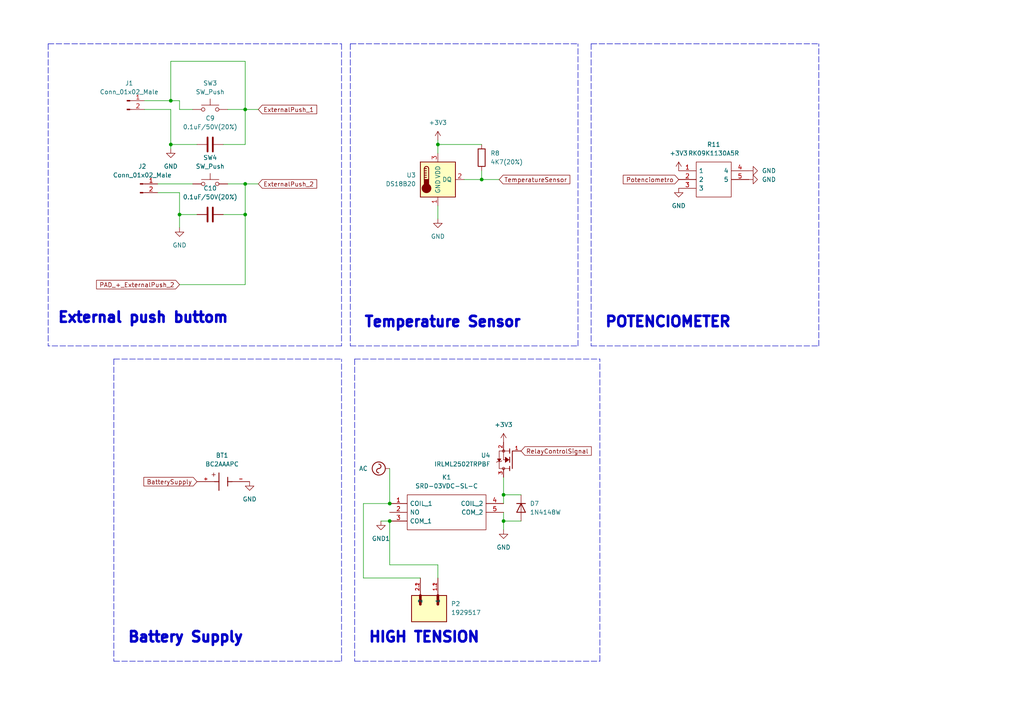
<source format=kicad_sch>
(kicad_sch (version 20211123) (generator eeschema)
  (paper "A4")
  (lib_symbols
    (symbol "1929517:1929517" (pin_names (offset 1.016))
      (property "Reference" "P" (at -2.5486 5.0972 0))
      (property "Value" "1929517" (at -2.5446 -7.6339 0))
      (symbol "1929517_0_0"
        (rectangle (start -2.54 -5.08) (end 5.08 5.08) (stroke (width 0.254)) (fill (type background)))
        (polyline (pts (xy -2.54 -2.54) (xy 0 -2.54)) (stroke (width 0.762)))
        (polyline (pts (xy -2.54 2.54) (xy 0 2.54)) (stroke (width 0.762)))
        (pin passive line (at -7.62 2.54 0) (length 5.08) (name "1") (number "1.1"))
        (pin passive line (at -7.62 2.54 0) (length 5.08) (name "1") (number "1.2"))
        (pin passive line (at -7.62 -2.54 0) (length 5.08) (name "2") (number "2.1"))
        (pin passive line (at -7.62 -2.54 0) (length 5.08) (name "2") (number "2.2"))
      )
    )
    (symbol "BC2AAAPC:BC2AAAPC" (pin_names (offset 1.016))
      (property "Reference" "BT" (at -6.3614 3.8138 0))
      (property "Value" "BC2AAAPC" (at -6.3618 -6.3579 0))
      (symbol "BC2AAAPC_0_0"
        (polyline (pts (xy -3.302 2.032) (xy -2.286 2.032)) (stroke (width 0.1524)))
        (polyline (pts (xy -2.794 2.54) (xy -2.794 1.524)) (stroke (width 0.1524)))
        (polyline (pts (xy -2.54 0) (xy -1.27 0)) (stroke (width 0.254)))
        (polyline (pts (xy -1.27 0) (xy -1.27 -2.54)) (stroke (width 0.254)))
        (polyline (pts (xy -1.27 2.54) (xy -1.27 0)) (stroke (width 0.254)))
        (polyline (pts (xy 1.27 0) (xy 1.27 -1.27)) (stroke (width 0.254)))
        (polyline (pts (xy 1.27 0) (xy 2.54 0)) (stroke (width 0.254)))
        (polyline (pts (xy 1.27 1.27) (xy 1.27 0)) (stroke (width 0.254)))
        (pin passive line (at -7.62 0 0) (length 5.08) (name "~") (number "+"))
        (pin passive line (at 7.62 0 180) (length 5.08) (name "~") (number "-"))
      )
    )
    (symbol "Connector:Conn_01x02_Male" (pin_names (offset 1.016) hide)
      (property "Reference" "J" (at 0 2.54 0))
      (property "Value" "Conn_01x02_Male" (at 0 -5.08 0))
      (symbol "Conn_01x02_Male_1_1"
        (polyline (pts (xy 1.27 -2.54) (xy 0.8636 -2.54)) (stroke (width 0.1524)))
        (polyline (pts (xy 1.27 0) (xy 0.8636 0)) (stroke (width 0.1524)))
        (rectangle (start 0.8636 -2.413) (end 0 -2.667) (stroke (width 0.1524)) (fill (type outline)))
        (rectangle (start 0.8636 0.127) (end 0 -0.127) (stroke (width 0.1524)) (fill (type outline)))
        (pin passive line (at 5.08 0 180) (length 3.81) (name "Pin_1") (number "1"))
        (pin passive line (at 5.08 -2.54 180) (length 3.81) (name "Pin_2") (number "2"))
      )
    )
    (symbol "Device:C" (pin_numbers hide) (pin_names (offset 0.254))
      (property "Reference" "C" (at 0.635 2.54 0))
      (property "Value" "C" (at 0.635 -2.54 0))
      (symbol "C_0_1"
        (polyline (pts (xy -2.032 -0.762) (xy 2.032 -0.762)) (stroke (width 0.508)))
        (polyline (pts (xy -2.032 0.762) (xy 2.032 0.762)) (stroke (width 0.508)))
      )
      (symbol "C_1_1"
        (pin passive line (at 0 3.81 270) (length 2.794) (name "~") (number "1"))
        (pin passive line (at 0 -3.81 90) (length 2.794) (name "~") (number "2"))
      )
    )
    (symbol "Device:R" (pin_numbers hide) (pin_names (offset 0))
      (property "Reference" "R" (at 2.032 0 90))
      (property "Value" "R" (at 0 0 90))
      (symbol "R_0_1"
        (rectangle (start -1.016 -2.54) (end 1.016 2.54) (stroke (width 0.254)))
      )
      (symbol "R_1_1"
        (pin passive line (at 0 3.81 270) (length 1.27) (name "~") (number "1"))
        (pin passive line (at 0 -3.81 90) (length 1.27) (name "~") (number "2"))
      )
    )
    (symbol "Diode:1N4148W" (pin_numbers hide) (pin_names hide)
      (property "Reference" "D" (at 0 2.54 0))
      (property "Value" "1N4148W" (at 0 -2.54 0))
      (symbol "1N4148W_0_1"
        (polyline (pts (xy -1.27 1.27) (xy -1.27 -1.27)) (stroke (width 0.254)))
        (polyline (pts (xy 1.27 0) (xy -1.27 0)))
        (polyline (pts (xy 1.27 1.27) (xy 1.27 -1.27) (xy -1.27 0) (xy 1.27 1.27)) (stroke (width 0.254)))
      )
      (symbol "1N4148W_1_1"
        (pin passive line (at -3.81 0 0) (length 2.54) (name "K") (number "1"))
        (pin passive line (at 3.81 0 180) (length 2.54) (name "A") (number "2"))
      )
    )
    (symbol "IRLML2502TRPBF:IRLML2502TRPBF" (pin_names (offset 1.016))
      (property "Reference" "U" (at -11.4527 2.5451 0))
      (property "Value" "IRLML2502TRPBF" (at -11.461 0 0))
      (symbol "IRLML2502TRPBF_0_0"
        (polyline (pts (xy 0 2.54) (xy 0 -2.54)) (stroke (width 0.254)))
        (polyline (pts (xy 0.762 -2.54) (xy 0.762 -3.175)) (stroke (width 0.254)))
        (polyline (pts (xy 0.762 -1.905) (xy 0.762 -2.54)) (stroke (width 0.254)))
        (polyline (pts (xy 0.762 0) (xy 0.762 -0.762)) (stroke (width 0.254)))
        (polyline (pts (xy 0.762 0) (xy 2.54 0)) (stroke (width 0.1524)))
        (polyline (pts (xy 0.762 0.762) (xy 0.762 0)) (stroke (width 0.254)))
        (polyline (pts (xy 0.762 2.54) (xy 0.762 1.905)) (stroke (width 0.254)))
        (polyline (pts (xy 0.762 2.54) (xy 3.81 2.54)) (stroke (width 0.1524)))
        (polyline (pts (xy 0.762 3.175) (xy 0.762 2.54)) (stroke (width 0.254)))
        (polyline (pts (xy 2.54 -2.54) (xy 0.762 -2.54)) (stroke (width 0.1524)))
        (polyline (pts (xy 2.54 -2.54) (xy 3.81 -2.54)) (stroke (width 0.1524)))
        (polyline (pts (xy 2.54 0) (xy 2.54 -2.54)) (stroke (width 0.1524)))
        (polyline (pts (xy 3.302 0.508) (xy 3.048 0.254)) (stroke (width 0.1524)))
        (polyline (pts (xy 3.81 0.508) (xy 3.302 0.508)) (stroke (width 0.1524)))
        (polyline (pts (xy 3.81 0.508) (xy 3.81 -2.54)) (stroke (width 0.1524)))
        (polyline (pts (xy 3.81 2.54) (xy 3.81 0.508)) (stroke (width 0.1524)))
        (polyline (pts (xy 4.318 0.508) (xy 3.81 0.508)) (stroke (width 0.1524)))
        (polyline (pts (xy 4.572 0.762) (xy 4.318 0.508)) (stroke (width 0.1524)))
        (polyline (pts (xy 1.016 0) (xy 2.032 0.762) (xy 2.032 -0.762) (xy 1.016 0)) (stroke (width 0.1524)) (fill (type outline)))
        (polyline (pts (xy 3.81 0.508) (xy 3.302 -0.254) (xy 4.318 -0.254) (xy 3.81 0.508)) (stroke (width 0.1524)) (fill (type outline)))
        (circle (center 2.54 -2.54) (radius 0.3592))
        (circle (center 2.54 2.54) (radius 0.3592))
        (pin passive line (at -2.54 -2.54 0) (length 2.54) (name "~") (number "1"))
        (pin passive line (at 2.54 -5.08 90) (length 2.54) (name "~") (number "2"))
        (pin passive line (at 2.54 5.08 270) (length 2.54) (name "~") (number "3"))
      )
    )
    (symbol "RK09K1130A5R:RK09K1130A5R" (pin_names (offset 0.762))
      (property "Reference" "R" (at 16.51 7.62 0))
      (property "Value" "RK09K1130A5R" (at 16.51 5.08 0))
      (symbol "RK09K1130A5R_0_0"
        (pin passive line (at 0 0 0) (length 5.08) (name "1") (number "1"))
        (pin passive line (at 0 -2.54 0) (length 5.08) (name "2") (number "2"))
        (pin passive line (at 0 -5.08 0) (length 5.08) (name "3") (number "3"))
        (pin passive line (at 20.32 0 180) (length 5.08) (name "4") (number "4"))
        (pin passive line (at 20.32 -2.54 180) (length 5.08) (name "5") (number "5"))
      )
      (symbol "RK09K1130A5R_0_1"
        (polyline (pts (xy 5.08 2.54) (xy 15.24 2.54) (xy 15.24 -7.62) (xy 5.08 -7.62) (xy 5.08 2.54)) (stroke (width 0.1524)))
      )
    )
    (symbol "SRD-03VDC-SL-C:SRD-03VDC-SL-C" (pin_names (offset 0.762))
      (property "Reference" "K" (at 29.21 7.62 0))
      (property "Value" "SRD-03VDC-SL-C" (at 29.21 5.08 0))
      (symbol "SRD-03VDC-SL-C_0_0"
        (pin passive line (at 0 0 0) (length 5.08) (name "COIL_1") (number "1"))
        (pin passive line (at 0 -2.54 0) (length 5.08) (name "NO") (number "2"))
        (pin passive line (at 0 -5.08 0) (length 5.08) (name "COM_1") (number "3"))
        (pin passive line (at 33.02 0 180) (length 5.08) (name "COIL_2") (number "4"))
        (pin passive line (at 33.02 -2.54 180) (length 5.08) (name "COM_2") (number "5"))
      )
      (symbol "SRD-03VDC-SL-C_0_1"
        (polyline (pts (xy 5.08 2.54) (xy 27.94 2.54) (xy 27.94 -7.62) (xy 5.08 -7.62) (xy 5.08 2.54)) (stroke (width 0.1524)))
      )
    )
    (symbol "Sensor_Temperature:DS18B20" (pin_names (offset 1.016))
      (property "Reference" "U" (at -3.81 6.35 0))
      (property "Value" "DS18B20" (at 6.35 6.35 0))
      (symbol "DS18B20_0_1"
        (rectangle (start -5.08 5.08) (end 5.08 -5.08) (stroke (width 0.254)) (fill (type background)))
        (circle (center -3.302 -2.54) (radius 1.27) (stroke (width 0.254)) (fill (type outline)))
        (rectangle (start -2.667 -1.905) (end -3.937 0) (stroke (width 0.254)) (fill (type outline)))
        (arc (start -2.667 3.175) (mid -3.302 3.81) (end -3.937 3.175) (stroke (width 0.254)))
        (polyline (pts (xy -3.937 0.635) (xy -3.302 0.635)) (stroke (width 0.254)))
        (polyline (pts (xy -3.937 1.27) (xy -3.302 1.27)) (stroke (width 0.254)))
        (polyline (pts (xy -3.937 1.905) (xy -3.302 1.905)) (stroke (width 0.254)))
        (polyline (pts (xy -3.937 2.54) (xy -3.302 2.54)) (stroke (width 0.254)))
        (polyline (pts (xy -3.937 3.175) (xy -3.937 0)) (stroke (width 0.254)))
        (polyline (pts (xy -3.937 3.175) (xy -3.302 3.175)) (stroke (width 0.254)))
        (polyline (pts (xy -2.667 3.175) (xy -2.667 0)) (stroke (width 0.254)))
      )
      (symbol "DS18B20_1_1"
        (pin power_in line (at 0 -7.62 90) (length 2.54) (name "GND") (number "1"))
        (pin bidirectional line (at 7.62 0 180) (length 2.54) (name "DQ") (number "2"))
        (pin power_in line (at 0 7.62 270) (length 2.54) (name "VDD") (number "3"))
      )
    )
    (symbol "Switch:SW_Push" (pin_numbers hide) (pin_names (offset 1.016) hide)
      (property "Reference" "SW" (at 1.27 2.54 0))
      (property "Value" "SW_Push" (at 0 -1.524 0))
      (symbol "SW_Push_0_1"
        (circle (center -2.032 0) (radius 0.508))
        (polyline (pts (xy 0 1.27) (xy 0 3.048)))
        (polyline (pts (xy 2.54 1.27) (xy -2.54 1.27)))
        (circle (center 2.032 0) (radius 0.508))
        (pin passive line (at -5.08 0 0) (length 2.54) (name "1") (number "1"))
        (pin passive line (at 5.08 0 180) (length 2.54) (name "2") (number "2"))
      )
    )
    (symbol "power:+3V3" (power) (pin_names (offset 0))
      (property "Value" "+3V3" (at 0 3.556 0))
      (symbol "+3V3_0_1"
        (polyline (pts (xy -0.762 1.27) (xy 0 2.54)))
        (polyline (pts (xy 0 0) (xy 0 2.54)))
        (polyline (pts (xy 0 2.54) (xy 0.762 1.27)))
      )
      (symbol "+3V3_1_1"
        (pin power_in line (at 0 0 90) (length 0) hide (name "+3V3") (number "1"))
      )
    )
    (symbol "power:AC" (power) (pin_names (offset 0))
      (property "Value" "AC" (at 0 6.35 0))
      (symbol "AC_0_1"
        (polyline (pts (xy 0 0) (xy 0 1.27)))
        (arc (start 0 3.175) (mid -0.635 3.81) (end -1.27 3.175) (stroke (width 0.254)))
        (arc (start 0 3.175) (mid 0.635 2.54) (end 1.27 3.175) (stroke (width 0.254)))
        (circle (center 0 3.175) (radius 1.905) (stroke (width 0.254)))
      )
      (symbol "AC_1_1"
        (pin power_in line (at 0 0 90) (length 0) hide (name "AC") (number "1"))
      )
    )
    (symbol "power:GND" (power) (pin_names (offset 0))
      (property "Value" "GND" (at 0 -3.81 0))
      (symbol "GND_0_1"
        (polyline (pts (xy 0 0) (xy 0 -1.27) (xy 1.27 -1.27) (xy 0 -2.54) (xy -1.27 -1.27) (xy 0 -1.27)))
      )
      (symbol "GND_1_1"
        (pin power_in line (at 0 0 270) (length 0) hide (name "GND") (number "1"))
      )
    )
    (symbol "power:GND1" (power) (pin_names (offset 0))
      (property "Value" "GND1" (at 0 -3.81 0))
      (symbol "GND1_0_1"
        (polyline (pts (xy 0 0) (xy 0 -1.27) (xy 1.27 -1.27) (xy 0 -2.54) (xy -1.27 -1.27) (xy 0 -1.27)))
      )
      (symbol "GND1_1_1"
        (pin power_in line (at 0 0 270) (length 0) hide (name "GND1") (number "1"))
      )
    )
  )
  (junction (at 146.05 151.13))
  (junction (at 146.05 143.51))
  (junction (at 52.07 62.23))
  (junction (at 49.53 41.91))
  (junction (at 139.7 52.07))
  (junction (at 71.12 62.23))
  (junction (at 127 41.91))
  (junction (at 49.53 29.21))
  (junction (at 113.03 146.05))
  (junction (at 71.12 53.34))
  (junction (at 71.12 31.75))
  (junction (at 113.03 151.13))
  (wire (pts (xy 52.07 82.55) (xy 71.12 82.55)))
  (polyline (pts (xy 99.06 100.33) (xy 13.97 100.33)))
  (polyline (pts (xy 102.87 104.14) (xy 102.87 191.77)))
  (wire (pts (xy 71.12 53.34) (xy 71.12 62.23)))
  (polyline (pts (xy 102.87 104.14) (xy 173.99 104.14)))
  (wire (pts (xy 52.07 55.88) (xy 52.07 62.23)))
  (wire (pts (xy 71.12 31.75) (xy 66.04 31.75)))
  (wire (pts (xy 127 41.91) (xy 127 44.45)))
  (wire (pts (xy 105.41 146.05) (xy 113.03 146.05)))
  (wire (pts (xy 105.41 167.64) (xy 121.92 167.64)))
  (wire (pts (xy 113.03 151.13) (xy 113.03 163.83)))
  (wire (pts (xy 146.05 151.13) (xy 151.13 151.13)))
  (wire (pts (xy 127 40.64) (xy 127 41.91)))
  (wire (pts (xy 49.53 29.21) (xy 49.53 17.78)))
  (wire (pts (xy 113.03 163.83) (xy 127 163.83)))
  (polyline (pts (xy 33.02 104.14) (xy 33.02 191.77)))
  (wire (pts (xy 146.05 138.43) (xy 146.05 143.51)))
  (wire (pts (xy 41.91 29.21) (xy 49.53 29.21)))
  (polyline (pts (xy 237.49 100.33) (xy 237.49 12.7)))
  (polyline (pts (xy 101.6 12.7) (xy 167.64 12.7)))
  (wire (pts (xy 110.49 151.13) (xy 113.03 151.13)))
  (wire (pts (xy 71.12 41.91) (xy 71.12 31.75)))
  (wire (pts (xy 71.12 62.23) (xy 64.77 62.23)))
  (polyline (pts (xy 173.99 191.77) (xy 173.99 104.14)))
  (wire (pts (xy 57.15 62.23) (xy 52.07 62.23)))
  (wire (pts (xy 71.12 31.75) (xy 74.93 31.75)))
  (wire (pts (xy 71.12 53.34) (xy 66.04 53.34)))
  (wire (pts (xy 49.53 41.91) (xy 49.53 31.75)))
  (polyline (pts (xy 13.97 12.7) (xy 99.06 12.7)))
  (polyline (pts (xy 33.02 191.77) (xy 99.06 191.77)))
  (polyline (pts (xy 13.97 12.7) (xy 13.97 100.33)))
  (polyline (pts (xy 171.45 12.7) (xy 171.45 100.33)))
  (wire (pts (xy 52.07 31.75) (xy 55.88 31.75)))
  (wire (pts (xy 45.72 55.88) (xy 52.07 55.88)))
  (polyline (pts (xy 99.06 12.7) (xy 99.06 100.33)))
  (wire (pts (xy 71.12 82.55) (xy 71.12 62.23)))
  (wire (pts (xy 139.7 52.07) (xy 144.78 52.07)))
  (polyline (pts (xy 33.02 104.14) (xy 99.06 104.14)))
  (wire (pts (xy 52.07 29.21) (xy 49.53 29.21)))
  (wire (pts (xy 146.05 143.51) (xy 151.13 143.51)))
  (wire (pts (xy 71.12 17.78) (xy 49.53 17.78)))
  (wire (pts (xy 127 163.83) (xy 127 167.64)))
  (wire (pts (xy 49.53 41.91) (xy 49.53 43.18)))
  (wire (pts (xy 146.05 148.59) (xy 146.05 151.13)))
  (polyline (pts (xy 171.45 100.33) (xy 237.49 100.33)))
  (wire (pts (xy 134.62 52.07) (xy 139.7 52.07)))
  (wire (pts (xy 105.41 167.64) (xy 105.41 146.05)))
  (polyline (pts (xy 99.06 191.77) (xy 99.06 104.14)))
  (wire (pts (xy 49.53 31.75) (xy 41.91 31.75)))
  (wire (pts (xy 139.7 49.53) (xy 139.7 52.07)))
  (wire (pts (xy 127 59.69) (xy 127 63.5)))
  (wire (pts (xy 146.05 143.51) (xy 146.05 146.05)))
  (wire (pts (xy 49.53 41.91) (xy 57.15 41.91)))
  (wire (pts (xy 113.03 135.89) (xy 113.03 146.05)))
  (wire (pts (xy 52.07 31.75) (xy 52.07 29.21)))
  (wire (pts (xy 127 41.91) (xy 139.7 41.91)))
  (wire (pts (xy 64.77 41.91) (xy 71.12 41.91)))
  (wire (pts (xy 71.12 17.78) (xy 71.12 31.75)))
  (polyline (pts (xy 167.64 100.33) (xy 167.64 12.7)))
  (wire (pts (xy 52.07 62.23) (xy 52.07 66.04)))
  (wire (pts (xy 71.12 53.34) (xy 74.93 53.34)))
  (wire (pts (xy 146.05 151.13) (xy 146.05 153.67)))
  (polyline (pts (xy 101.6 100.33) (xy 167.64 100.33)))
  (wire (pts (xy 45.72 53.34) (xy 55.88 53.34)))
  (polyline (pts (xy 102.87 191.77) (xy 173.99 191.77)))
  (polyline (pts (xy 171.45 12.7) (xy 237.49 12.7)))
  (polyline (pts (xy 101.6 12.7) (xy 101.6 100.33)))
  (text "Battery Supply\n" (at 36.83 186.69 0) (effects (font (size 3 3) (thickness 1) bold) (justify left bottom)))
  (text "POTENCIOMETER\n" (at 175.26 95.25 0) (effects (font (size 3 3) (thickness 1) bold) (justify left bottom)))
  (text "HIGH TENSION\n" (at 106.68 186.69 0) (effects (font (size 3 3) (thickness 1) bold) (justify left bottom)))
  (text "Temperature Sensor\n" (at 105.41 95.25 0) (effects (font (size 3 3) (thickness 1) bold) (justify left bottom)))
  (text "External push buttom" (at 16.51 93.98 0) (effects (font (size 3 3) (thickness 1) bold) (justify left bottom)))
  (global_label "ExternalPush_2" (shape input) (at 74.93 53.34 0) (property "Intersheet References" "${INTERSHEET_REFS}" (effects hide)))
  (global_label "TemperatureSensor" (shape input) (at 144.78 52.07 0) (property "Intersheet References" "${INTERSHEET_REFS}" (effects hide)))
  (global_label "BatterySupply" (shape input) (at 57.15 139.7 180) (property "Intersheet References" "${INTERSHEET_REFS}" (effects hide)))
  (global_label "ExternalPush_1" (shape input) (at 74.93 31.75 0) (property "Intersheet References" "${INTERSHEET_REFS}" (effects hide)))
  (global_label "RelayControlSignal" (shape input) (at 151.13 130.81 0) (property "Intersheet References" "${INTERSHEET_REFS}" (effects hide)))
  (global_label "PAD_+_ExternalPush_2" (shape input) (at 52.07 82.55 180) (property "Intersheet References" "${INTERSHEET_REFS}" (effects hide)))
  (global_label "Potenciometro" (shape input) (at 196.85 52.07 180) (property "Intersheet References" "${INTERSHEET_REFS}" (effects hide)))
  (symbol (lib_id "Diode:1N4148W") (at 151.13 147.32 270) (unit 1)
    (property "Reference" "D7" (at 153.67 146.0499 90) (effects (justify left)))
    (property "Value" "1N4148W" (at 153.67 148.5899 90) (effects (justify left)))
    (property "Footprint" "Diode_SMD:D_SOD-123" (effects hide))
    (property "Datasheet" "https://www.vishay.com/docs/85748/1n4148w.pdf" (effects hide))
  )
  (symbol (lib_id "Device:C") (at 60.96 62.23 90) (unit 1)
    (property "Reference" "C10" (at 60.96 54.61 90))
    (property "Value" "0.1uF/50V(20%)" (at 60.96 57.15 90))
    (property "Footprint" "Capacitor_SMD:C_0805_2012Metric_Pad1.18x1.45mm_HandSolder" (effects hide))
    (property "LCSC Part#" "C138340" (effects hide))
  )
  (symbol (lib_id "power:GND") (at 217.17 52.07 90) (unit 1)
    (property "Reference" "#PWR0123" (effects hide))
    (property "Value" "GND" (at 220.98 52.0699 90) (effects (justify right)))
  )
  (symbol (lib_id "IRLML2502TRPBF:IRLML2502TRPBF") (at 148.59 133.35 180) (unit 1)
    (property "Reference" "U4" (at 142.24 132.0799 0) (effects (justify left)))
    (property "Value" "IRLML2502TRPBF" (at 142.24 134.6199 0) (effects (justify left)))
    (property "Footprint" "Package_TO_SOT_SMD:SOT-23" (effects hide))
    (property "LCSC Part#" "C2589" (effects hide))
  )
  (symbol (lib_id "power:AC") (at 113.03 135.89 90) (unit 1)
    (property "Reference" "#PWR0126" (effects hide))
    (property "Value" "AC" (at 106.68 135.8899 90) (effects (justify left)))
  )
  (symbol (lib_id "power:GND") (at 217.17 49.53 90) (unit 1)
    (property "Reference" "#PWR0121" (effects hide))
    (property "Value" "GND" (at 220.98 49.5299 90) (effects (justify right)))
  )
  (symbol (lib_id "power:GND") (at 127 63.5 0) (unit 1)
    (property "Reference" "#PWR0115" (effects hide))
    (property "Value" "GND" (at 127 68.58 0))
  )
  (symbol (lib_id "power:GND") (at 72.39 139.7 0) (unit 1)
    (property "Reference" "#PWR0128" (effects hide))
    (property "Value" "GND" (at 72.39 144.78 0))
  )
  (symbol (lib_id "BC2AAAPC:BC2AAAPC") (at 64.77 139.7 0) (unit 1)
    (property "Reference" "BT1" (at 64.4144 132.08 0))
    (property "Value" "BC2AAAPC" (at 64.4144 134.62 0))
    (property "Footprint" "BC2AAAPC:BAT_BC2AAAPC" (effects hide))
    (property "STANDARD" "Manufacturer Recommendations" (effects hide))
    (property "MAXIMUM_PACKAGE_HEIGHT" "12.80mm" (effects hide))
    (property "PARTREV" "L" (effects hide))
    (property "MANUFACTURER" "MPD" (effects hide))
  )
  (symbol (lib_id "Sensor_Temperature:DS18B20") (at 127 52.07 0) (unit 1)
    (property "Reference" "U3" (at 120.65 50.7999 0) (effects (justify right)))
    (property "Value" "DS18B20" (at 120.65 53.3399 0) (effects (justify right)))
    (property "Footprint" "Package_TO_SOT_THT:TO-92_Inline" (effects hide))
    (property "Datasheet" "http://datasheets.maximintegrated.com/en/ds/DS18B20.pdf" (effects hide))
    (property "LCSC Part#" " C9753" (effects hide))
  )
  (symbol (lib_id "power:GND") (at 146.05 153.67 0) (unit 1)
    (property "Reference" "#PWR0129" (effects hide))
    (property "Value" "GND" (at 146.05 158.75 0))
  )
  (symbol (lib_id "1929517:1929517") (at 124.46 175.26 270) (unit 1)
    (property "Reference" "P2" (at 130.81 175.1329 90) (effects (justify left)))
    (property "Value" "1929517" (at 130.81 177.6729 90) (effects (justify left)))
    (property "Footprint" "phoenix_terminalBlock:PHOENIX_1929517" (effects hide))
    (property "MANUFACTURER" "Phoenix Contact" (effects hide))
  )
  (symbol (lib_id "Connector:Conn_01x02_Male") (at 36.83 29.21 0) (unit 1)
    (property "Reference" "J1" (at 37.465 24.13 0))
    (property "Value" "Conn_01x02_Male" (at 37.465 26.67 0))
    (property "Footprint" "TerminalBlock_MetzConnect:TerminalBlock_MetzConnect_360291_1x01_Horizontal_ScrewM3.0_Boxed" (effects hide))
  )
  (symbol (lib_id "Connector:Conn_01x02_Male") (at 40.64 53.34 0) (unit 1)
    (property "Reference" "J2" (at 41.275 48.26 0))
    (property "Value" "Conn_01x02_Male" (at 41.275 50.8 0))
    (property "Footprint" "TerminalBlock_MetzConnect:TerminalBlock_MetzConnect_360291_1x01_Horizontal_ScrewM3.0_Boxed" (effects hide))
  )
  (symbol (lib_id "power:GND") (at 196.85 54.61 0) (unit 1)
    (property "Reference" "#PWR0124" (effects hide))
    (property "Value" "GND" (at 196.85 59.69 0))
  )
  (symbol (lib_id "power:+3V3") (at 127 40.64 0) (unit 1)
    (property "Reference" "#PWR0116" (effects hide))
    (property "Value" "+3V3" (at 127 35.56 0))
  )
  (symbol (lib_id "power:GND") (at 52.07 66.04 0) (unit 1)
    (property "Reference" "#PWR0114" (effects hide))
    (property "Value" "GND" (at 52.07 71.12 0))
  )
  (symbol (lib_id "Switch:SW_Push") (at 60.96 53.34 0) (unit 1)
    (property "Reference" "SW4" (at 60.96 45.72 0))
    (property "Value" "SW_Push" (at 60.96 48.26 0))
    (property "Footprint" "Button_Switch_SMD:SW_Push_1P1T_NO_CK_KMR2" (effects hide))
  )
  (symbol (lib_id "RK09K1130A5R:RK09K1130A5R") (at 196.85 49.53 0) (unit 1)
    (property "Reference" "R11" (at 207.01 41.91 0))
    (property "Value" "RK09K1130A5R" (at 207.01 44.45 0))
    (property "Footprint" "RK09K1130A5R:RK09K1130A5R" (effects hide))
    (property "Datasheet" "http://www.alps.com/prod/info/E/HTML/Potentiometer/RotaryPotentiometers/RK09K/RK09K1130A5R.html" (effects hide))
    (property "Description" "Alps Potentiometer with a 6 mm Dia. Shaft, 10k, +/-20%, Through Hole" (effects hide))
    (property "Height" "20" (effects hide))
    (property "Manufacturer_Name" "ALPS Electric" (effects hide))
    (property "Manufacturer_Part_Number" "RK09K1130A5R" (effects hide))
    (property "Mouser Part Number" "688-RK09K1130A5R" (effects hide))
    (property "Mouser Price/Stock" "https://www.mouser.co.uk/ProductDetail/Alps-Alpine/RK09K1130A5R?qs=6EGMNY9ZYDSfDMrQ52Bakg%3D%3D" (effects hide))
    (property "LCSC Part#" "C209779" (effects hide))
  )
  (symbol (lib_id "power:GND") (at 49.53 43.18 0) (unit 1)
    (property "Reference" "#PWR0125" (effects hide))
    (property "Value" "GND" (at 49.53 48.26 0))
  )
  (symbol (lib_id "power:+3V3") (at 146.05 128.27 0) (unit 1)
    (property "Reference" "#PWR0130" (effects hide))
    (property "Value" "+3V3" (at 146.05 123.19 0))
  )
  (symbol (lib_id "Switch:SW_Push") (at 60.96 31.75 0) (unit 1)
    (property "Reference" "SW3" (at 60.96 24.13 0))
    (property "Value" "SW_Push" (at 60.96 26.67 0))
    (property "Footprint" "Button_Switch_SMD:SW_Push_1P1T_NO_CK_KMR2" (effects hide))
  )
  (symbol (lib_id "SRD-03VDC-SL-C:SRD-03VDC-SL-C") (at 113.03 146.05 0) (unit 1)
    (property "Reference" "K1" (at 129.54 138.43 0))
    (property "Value" "SRD-03VDC-SL-C" (at 129.54 140.97 0))
    (property "Footprint" "SRD-03VDC-SL-C:SRD03VDCSLC" (effects hide))
    (property "Datasheet" "http://www.songle.com/Public/Uploads/20160917/57dca49e883c2.pdf" (effects hide))
    (property "Description" "General Purpose Non Latching 3VDC SPDT Through Hole Relays RoHS" (effects hide))
    (property "Height" "15.8" (effects hide))
    (property "Manufacturer_Name" "Songle Relay" (effects hide))
    (property "Manufacturer_Part_Number" "SRD-03VDC-SL-C" (effects hide))
    (property "LCSC Part#" "C24585" (effects hide))
  )
  (symbol (lib_id "Device:C") (at 60.96 41.91 90) (unit 1)
    (property "Reference" "C9" (at 60.96 34.29 90))
    (property "Value" "0.1uF/50V(20%)" (at 60.96 36.83 90))
    (property "Footprint" "Capacitor_SMD:C_0805_2012Metric_Pad1.18x1.45mm_HandSolder" (effects hide))
    (property "LCSC Part#" "C138340" (effects hide))
  )
  (symbol (lib_id "power:+3V3") (at 196.85 49.53 0) (unit 1)
    (property "Reference" "#PWR0122" (effects hide))
    (property "Value" "+3V3" (at 196.85 44.45 0))
  )
  (symbol (lib_id "power:GND1") (at 110.49 151.13 0) (unit 1)
    (property "Reference" "#PWR0127" (effects hide))
    (property "Value" "GND1" (at 110.49 156.21 0))
  )
  (symbol (lib_id "Device:R") (at 139.7 45.72 0) (unit 1)
    (property "Reference" "R8" (at 142.24 44.4499 0) (effects (justify left)))
    (property "Value" "4K7(20%)" (at 142.24 46.9899 0) (effects (justify left)))
    (property "Footprint" "Resistor_SMD:R_0805_2012Metric_Pad1.20x1.40mm_HandSolder" (effects hide))
  )
)
</source>
